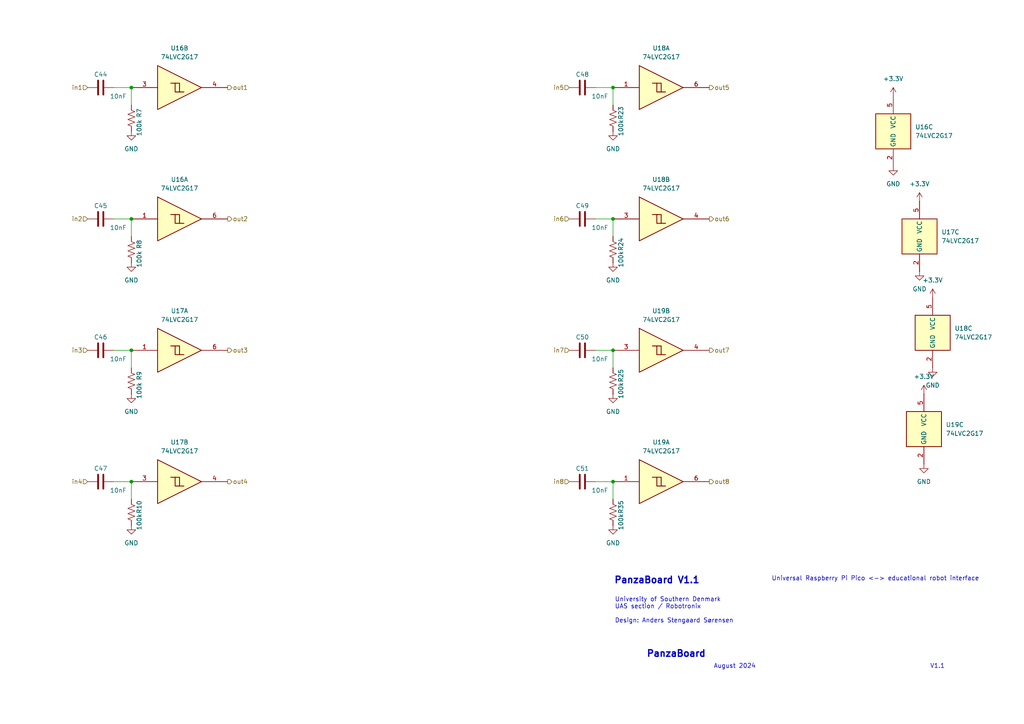
<source format=kicad_sch>
(kicad_sch (version 20231120) (generator "eeschema") (generator_version "8.0")
  (paper "A4")
  (lib_symbols
    (symbol "74xGxx:74LVC2G17"
      (property "Reference" "U" (at -1.27 7.62 0))
      (property "Value" "74LVC2G17" (at 2.54 -7.62 0))
      (symbol "74LVC2G17_1_1"
        (polyline (pts (xy -2.54 1.27) (xy -1.27 1.27) (xy -1.27 -1.27)) (stroke (width 0.254)) (fill (type background)))
        (polyline (pts (xy -7.62 6.35) (xy -7.62 -6.35) (xy 5.08 0) (xy -7.62 6.35)) (stroke (width 0.254)) (fill (type background)))
        (polyline (pts (xy -3.81 1.27) (xy -2.54 1.27) (xy -2.54 -1.27) (xy 0 -1.27)) (stroke (width 0.254)) (fill (type background)))
        (pin input line (at -15.24 0 0) (length 7.62) (name "~") (number "1"))
        (pin output line (at 12.7 0 180) (length 7.62) (name "~") (number "6"))
      )
      (symbol "74LVC2G17_2_1"
        (polyline (pts (xy -2.54 1.27) (xy -1.27 1.27) (xy -1.27 -1.27)) (stroke (width 0.254)) (fill (type background)))
        (polyline (pts (xy -7.62 6.35) (xy -7.62 -6.35) (xy 5.08 0) (xy -7.62 6.35)) (stroke (width 0.254)) (fill (type background)))
        (polyline (pts (xy -3.81 1.27) (xy -2.54 1.27) (xy -2.54 -1.27) (xy 0 -1.27)) (stroke (width 0.254)) (fill (type background)))
        (pin input line (at -15.24 0 0) (length 7.62) (name "~") (number "3"))
        (pin output line (at 12.7 0 180) (length 7.62) (name "~") (number "4"))
      )
      (symbol "74LVC2G17_3_0"
        (rectangle (start -5.08 -5.08) (end 5.08 5.08) (stroke (width 0.254)) (fill (type background)))
      )
      (symbol "74LVC2G17_3_1"
        (pin power_in line (at 0 -10.16 90) (length 5.08) (name "GND") (number "2"))
        (pin power_in line (at 0 10.16 270) (length 5.08) (name "VCC") (number "5"))
      )
    )
    (symbol "Device:C" (pin_numbers hide) (pin_names (offset 0.254))
      (property "Reference" "C" (at 0.635 2.54 0))
      (property "Value" "C" (at 0.635 -2.54 0))
      (symbol "C_0_1"
        (polyline (pts (xy -2.032 -0.762) (xy 2.032 -0.762)) (stroke (width 0.508)))
        (polyline (pts (xy -2.032 0.762) (xy 2.032 0.762)) (stroke (width 0.508)))
      )
      (symbol "C_1_1"
        (pin passive line (at 0 3.81 270) (length 2.794) (name "~") (number "1"))
        (pin passive line (at 0 -3.81 90) (length 2.794) (name "~") (number "2"))
      )
    )
    (symbol "Device:R_US" (pin_numbers hide) (pin_names (offset 0))
      (property "Reference" "R" (at 2.54 0 90))
      (property "Value" "R_US" (at -2.54 0 90))
      (symbol "R_US_0_1"
        (polyline (pts (xy 0 -2.286) (xy 0 -2.54)))
        (polyline (pts (xy 0 2.286) (xy 0 2.54)))
        (polyline (pts (xy 0 -0.762) (xy 1.016 -1.143) (xy 0 -1.524) (xy -1.016 -1.905) (xy 0 -2.286)))
        (polyline (pts (xy 0 0.762) (xy 1.016 0.381) (xy 0 0) (xy -1.016 -0.381) (xy 0 -0.762)))
        (polyline (pts (xy 0 2.286) (xy 1.016 1.905) (xy 0 1.524) (xy -1.016 1.143) (xy 0 0.762)))
      )
      (symbol "R_US_1_1"
        (pin passive line (at 0 3.81 270) (length 1.27) (name "~") (number "1"))
        (pin passive line (at 0 -3.81 90) (length 1.27) (name "~") (number "2"))
      )
    )
    (symbol "power:+3.3V" (power) (pin_numbers hide) (pin_names (offset 0) hide)
      (property "Value" "+3.3V" (at 0 3.556 0))
      (symbol "+3.3V_0_1"
        (polyline (pts (xy -0.762 1.27) (xy 0 2.54)))
        (polyline (pts (xy 0 0) (xy 0 2.54)))
        (polyline (pts (xy 0 2.54) (xy 0.762 1.27)))
      )
      (symbol "+3.3V_1_1"
        (pin power_in line (at 0 0 90) (length 0) (name "~") (number "1"))
      )
    )
    (symbol "power:GND" (power) (pin_numbers hide) (pin_names (offset 0) hide)
      (property "Value" "GND" (at 0 -3.81 0))
      (symbol "GND_0_1"
        (polyline (pts (xy 0 0) (xy 0 -1.27) (xy 1.27 -1.27) (xy 0 -2.54) (xy -1.27 -1.27) (xy 0 -1.27)))
      )
      (symbol "GND_1_1"
        (pin power_in line (at 0 0 270) (length 0) (name "~") (number "1"))
      )
    )
  )
  (junction (at 38.1 25.4))
  (junction (at 38.1 139.7))
  (junction (at 177.8 25.4))
  (junction (at 38.1 101.6))
  (junction (at 177.8 63.5))
  (junction (at 177.8 139.7))
  (junction (at 38.1 63.5))
  (junction (at 177.8 101.6))
  (wire (pts (xy 172.72 101.6) (xy 177.8 101.6)))
  (wire (pts (xy 172.72 63.5) (xy 177.8 63.5)))
  (wire (pts (xy 33.02 139.7) (xy 38.1 139.7)))
  (wire (pts (xy 38.1 101.6) (xy 38.1 106.68)))
  (wire (pts (xy 38.1 25.4) (xy 38.1 30.48)))
  (wire (pts (xy 33.02 63.5) (xy 38.1 63.5)))
  (wire (pts (xy 38.1 63.5) (xy 38.1 68.58)))
  (wire (pts (xy 33.02 25.4) (xy 38.1 25.4)))
  (wire (pts (xy 172.72 25.4) (xy 177.8 25.4)))
  (wire (pts (xy 33.02 101.6) (xy 38.1 101.6)))
  (wire (pts (xy 177.8 139.7) (xy 177.8 144.78)))
  (wire (pts (xy 177.8 63.5) (xy 177.8 68.58)))
  (wire (pts (xy 172.72 139.7) (xy 177.8 139.7)))
  (wire (pts (xy 177.8 101.6) (xy 177.8 106.68)))
  (wire (pts (xy 177.8 25.4) (xy 177.8 30.48)))
  (wire (pts (xy 38.1 139.7) (xy 38.1 144.78)))
  (text "Universal Raspberry Pi Pico <-> educational robot interface" (at 223.774 167.894 0) (effects (font (size 1.27 1.27)) (justify left)))
  (text "August 2024" (at 213.106 193.294 0) (effects (font (size 1.27 1.27))))
  (text "PanzaBoard V1.1" (at 178.054 168.402 0) (effects (font (size 1.905 1.905) (thickness 0.381) (bold yes)) (justify left)))
  (text "University of Southern Denmark\nUAS section / Robotronix\n\nDesign: Anders Stengaard Sørensen" (at 178.308 177.038 0) (effects (font (size 1.27 1.27)) (justify left)))
  (text "V1.1" (at 269.748 193.294 0) (effects (font (size 1.27 1.27)) (justify left)))
  (text "PanzaBoard" (at 187.452 189.738 0) (effects (font (size 1.905 1.905) (thickness 0.381) (bold yes)) (justify left)))
  (hierarchical_label "in1" (shape input) (at 25.4 25.4 180))
  (hierarchical_label "in2" (shape input) (at 25.4 63.5 180))
  (hierarchical_label "out3" (shape output) (at 66.04 101.6 0))
  (hierarchical_label "out4" (shape output) (at 66.04 139.7 0))
  (hierarchical_label "out6" (shape output) (at 205.74 63.5 0))
  (hierarchical_label "out5" (shape output) (at 205.74 25.4 0))
  (hierarchical_label "in6" (shape input) (at 165.1 63.5 180))
  (hierarchical_label "in3" (shape input) (at 25.4 101.6 180))
  (hierarchical_label "out8" (shape output) (at 205.74 139.7 0))
  (hierarchical_label "in8" (shape input) (at 165.1 139.7 180))
  (hierarchical_label "out1" (shape output) (at 66.04 25.4 0))
  (hierarchical_label "in5" (shape input) (at 165.1 25.4 180))
  (hierarchical_label "out2" (shape output) (at 66.04 63.5 0))
  (hierarchical_label "in7" (shape input) (at 165.1 101.6 180))
  (hierarchical_label "in4" (shape input) (at 25.4 139.7 180))
  (hierarchical_label "out7" (shape output) (at 205.74 101.6 0))
  (symbol (lib_id "power:GND") (at 177.8 114.3 0) (unit 1)
    (property "Reference" "#PWR0122" (effects (hide yes)))
    (property "Value" "GND" (at 177.8 119.38 0))
    (property "Description" "Power symbol creates a global label with name \"GND\" , ground" (effects (hide yes)))
  )
  (symbol (lib_id "Device:R_US") (at 177.8 72.39 0) (unit 1)
    (property "Reference" "R24" (at 180.086 70.866 90))
    (property "Value" "100k" (at 180.086 75.184 90))
    (property "Footprint" "Resistor_SMD:R_0603_1608Metric" (effects (hide yes)))
    (property "Description" "Resistor, US symbol" (effects (hide yes)))
  )
  (symbol (lib_id "74xGxx:74LVC2G17") (at 267.97 124.46 0) (unit 3)
    (property "Reference" "U19" (at 274.32 123.1899 0) (effects (justify left)))
    (property "Value" "74LVC2G17" (at 274.32 125.7299 0) (effects (justify left)))
    (property "Footprint" "Package_SO:TSOP-6_1.65x3.05mm_P0.95mm" (effects (hide yes)))
    (property "Datasheet" "http://www.ti.com/lit/sg/scyt129e/scyt129e.pdf" (effects (hide yes)))
    (property "Description" "Dual Buffer, Schmitt Triggered, Low-Voltage CMOS" (effects (hide yes)))
    (property "Vendor" "Mouser" (effects (hide yes)))
    (property "Vendor ID" "771-74LVC2G17GV-G " (effects (hide yes)))
  )
  (symbol (lib_id "power:GND") (at 177.8 38.1 0) (unit 1)
    (property "Reference" "#PWR0120" (effects (hide yes)))
    (property "Value" "GND" (at 177.8 43.18 0))
    (property "Description" "Power symbol creates a global label with name \"GND\" , ground" (effects (hide yes)))
  )
  (symbol (lib_id "74xGxx:74LVC2G17") (at 259.08 38.1 0) (unit 3)
    (property "Reference" "U16" (at 265.43 36.8299 0) (effects (justify left)))
    (property "Value" "74LVC2G17" (at 265.43 39.3699 0) (effects (justify left)))
    (property "Footprint" "Package_SO:TSOP-6_1.65x3.05mm_P0.95mm" (effects (hide yes)))
    (property "Datasheet" "http://www.ti.com/lit/sg/scyt129e/scyt129e.pdf" (effects (hide yes)))
    (property "Description" "Dual Buffer, Schmitt Triggered, Low-Voltage CMOS" (effects (hide yes)))
    (property "Vendor" "Mouser" (effects (hide yes)))
    (property "Vendor ID" "771-74LVC2G17GV-G " (effects (hide yes)))
  )
  (symbol (lib_id "Device:R_US") (at 38.1 110.49 0) (unit 1)
    (property "Reference" "R9" (at 40.386 108.966 90))
    (property "Value" "100k" (at 40.386 113.284 90))
    (property "Footprint" "Resistor_SMD:R_0603_1608Metric" (effects (hide yes)))
    (property "Description" "Resistor, US symbol" (effects (hide yes)))
  )
  (symbol (lib_id "74xGxx:74LVC2G17") (at 193.04 25.4 0) (unit 1)
    (property "Reference" "U18" (at 191.77 13.97 0))
    (property "Value" "74LVC2G17" (at 191.77 16.51 0))
    (property "Footprint" "Package_SO:TSOP-6_1.65x3.05mm_P0.95mm" (effects (hide yes)))
    (property "Datasheet" "http://www.ti.com/lit/sg/scyt129e/scyt129e.pdf" (effects (hide yes)))
    (property "Description" "Dual Buffer, Schmitt Triggered, Low-Voltage CMOS" (effects (hide yes)))
    (property "Vendor" "Mouser" (effects (hide yes)))
    (property "Vendor ID" "771-74LVC2G17GV-G " (effects (hide yes)))
  )
  (symbol (lib_id "74xGxx:74LVC2G17") (at 266.7 68.58 0) (unit 3)
    (property "Reference" "U17" (at 273.05 67.3099 0) (effects (justify left)))
    (property "Value" "74LVC2G17" (at 273.05 69.8499 0) (effects (justify left)))
    (property "Footprint" "Package_SO:TSOP-6_1.65x3.05mm_P0.95mm" (effects (hide yes)))
    (property "Datasheet" "http://www.ti.com/lit/sg/scyt129e/scyt129e.pdf" (effects (hide yes)))
    (property "Description" "Dual Buffer, Schmitt Triggered, Low-Voltage CMOS" (effects (hide yes)))
    (property "Vendor" "Mouser" (effects (hide yes)))
    (property "Vendor ID" "771-74LVC2G17GV-G " (effects (hide yes)))
  )
  (symbol (lib_id "power:+3.3V") (at 259.08 27.94 0) (unit 1)
    (property "Reference" "#PWR0128" (effects (hide yes)))
    (property "Value" "+3.3V" (at 259.08 22.86 0))
    (property "Description" "Power symbol creates a global label with name \"+3.3V\"" (effects (hide yes)))
  )
  (symbol (lib_id "power:GND") (at 38.1 114.3 0) (unit 1)
    (property "Reference" "#PWR0118" (effects (hide yes)))
    (property "Value" "GND" (at 38.1 119.38 0))
    (property "Description" "Power symbol creates a global label with name \"GND\" , ground" (effects (hide yes)))
  )
  (symbol (lib_id "power:GND") (at 177.8 76.2 0) (unit 1)
    (property "Reference" "#PWR0121" (effects (hide yes)))
    (property "Value" "GND" (at 177.8 81.28 0))
    (property "Description" "Power symbol creates a global label with name \"GND\" , ground" (effects (hide yes)))
  )
  (symbol (lib_id "Device:R_US") (at 38.1 34.29 0) (unit 1)
    (property "Reference" "R7" (at 40.386 32.766 90))
    (property "Value" "100k" (at 40.386 37.084 90))
    (property "Footprint" "Resistor_SMD:R_0603_1608Metric" (effects (hide yes)))
    (property "Description" "Resistor, US symbol" (effects (hide yes)))
  )
  (symbol (lib_id "Device:R_US") (at 38.1 148.59 0) (unit 1)
    (property "Reference" "R10" (at 40.386 147.066 90))
    (property "Value" "100k" (at 40.386 151.384 90))
    (property "Footprint" "Resistor_SMD:R_0603_1608Metric" (effects (hide yes)))
    (property "Description" "Resistor, US symbol" (effects (hide yes)))
  )
  (symbol (lib_id "Device:C") (at 168.91 63.5 270) (unit 1)
    (property "Reference" "C49" (at 168.91 59.69 90))
    (property "Value" "10nF" (at 173.99 66.04 90))
    (property "Footprint" "Capacitor_SMD:C_0603_1608Metric" (effects (hide yes)))
    (property "Description" "Unpolarized capacitor" (effects (hide yes)))
  )
  (symbol (lib_id "power:+3.3V") (at 266.7 58.42 0) (unit 1)
    (property "Reference" "#PWR0129" (effects (hide yes)))
    (property "Value" "+3.3V" (at 266.7 53.34 0))
    (property "Description" "Power symbol creates a global label with name \"+3.3V\"" (effects (hide yes)))
  )
  (symbol (lib_id "Device:R_US") (at 177.8 110.49 0) (unit 1)
    (property "Reference" "R25" (at 180.086 108.966 90))
    (property "Value" "100k" (at 180.086 113.284 90))
    (property "Footprint" "Resistor_SMD:R_0603_1608Metric" (effects (hide yes)))
    (property "Description" "Resistor, US symbol" (effects (hide yes)))
  )
  (symbol (lib_id "power:GND") (at 38.1 152.4 0) (unit 1)
    (property "Reference" "#PWR0119" (effects (hide yes)))
    (property "Value" "GND" (at 38.1 157.48 0))
    (property "Description" "Power symbol creates a global label with name \"GND\" , ground" (effects (hide yes)))
  )
  (symbol (lib_id "74xGxx:74LVC2G17") (at 193.04 63.5 0) (unit 2)
    (property "Reference" "U18" (at 191.77 52.07 0))
    (property "Value" "74LVC2G17" (at 191.77 54.61 0))
    (property "Footprint" "Package_SO:TSOP-6_1.65x3.05mm_P0.95mm" (effects (hide yes)))
    (property "Datasheet" "http://www.ti.com/lit/sg/scyt129e/scyt129e.pdf" (effects (hide yes)))
    (property "Description" "Dual Buffer, Schmitt Triggered, Low-Voltage CMOS" (effects (hide yes)))
    (property "Vendor" "Mouser" (effects (hide yes)))
    (property "Vendor ID" "771-74LVC2G17GV-G " (effects (hide yes)))
  )
  (symbol (lib_id "Device:C") (at 29.21 101.6 270) (unit 1)
    (property "Reference" "C46" (at 29.21 97.79 90))
    (property "Value" "10nF" (at 34.29 104.14 90))
    (property "Footprint" "Capacitor_SMD:C_0603_1608Metric" (effects (hide yes)))
    (property "Description" "Unpolarized capacitor" (effects (hide yes)))
  )
  (symbol (lib_id "power:GND") (at 259.08 48.26 0) (unit 1)
    (property "Reference" "#PWR0127" (effects (hide yes)))
    (property "Value" "GND" (at 259.08 53.34 0))
    (property "Description" "Power symbol creates a global label with name \"GND\" , ground" (effects (hide yes)))
  )
  (symbol (lib_id "power:+3.3V") (at 267.97 114.3 0) (unit 1)
    (property "Reference" "#PWR0131" (effects (hide yes)))
    (property "Value" "+3.3V" (at 267.97 109.22 0))
    (property "Description" "Power symbol creates a global label with name \"+3.3V\"" (effects (hide yes)))
  )
  (symbol (lib_id "Device:R_US") (at 177.8 34.29 0) (unit 1)
    (property "Reference" "R23" (at 180.086 32.766 90))
    (property "Value" "100k" (at 180.086 37.084 90))
    (property "Footprint" "Resistor_SMD:R_0603_1608Metric" (effects (hide yes)))
    (property "Description" "Resistor, US symbol" (effects (hide yes)))
  )
  (symbol (lib_id "Device:C") (at 29.21 63.5 270) (unit 1)
    (property "Reference" "C45" (at 29.21 59.69 90))
    (property "Value" "10nF" (at 34.29 66.04 90))
    (property "Footprint" "Capacitor_SMD:C_0603_1608Metric" (effects (hide yes)))
    (property "Description" "Unpolarized capacitor" (effects (hide yes)))
  )
  (symbol (lib_id "Device:C") (at 29.21 139.7 270) (unit 1)
    (property "Reference" "C47" (at 29.21 135.89 90))
    (property "Value" "10nF" (at 34.29 142.24 90))
    (property "Footprint" "Capacitor_SMD:C_0603_1608Metric" (effects (hide yes)))
    (property "Description" "Unpolarized capacitor" (effects (hide yes)))
  )
  (symbol (lib_id "74xGxx:74LVC2G17") (at 193.04 139.7 0) (unit 1)
    (property "Reference" "U19" (at 191.77 128.27 0))
    (property "Value" "74LVC2G17" (at 191.77 130.81 0))
    (property "Footprint" "Package_SO:TSOP-6_1.65x3.05mm_P0.95mm" (effects (hide yes)))
    (property "Datasheet" "http://www.ti.com/lit/sg/scyt129e/scyt129e.pdf" (effects (hide yes)))
    (property "Description" "Dual Buffer, Schmitt Triggered, Low-Voltage CMOS" (effects (hide yes)))
    (property "Vendor" "Mouser" (effects (hide yes)))
    (property "Vendor ID" "771-74LVC2G17GV-G " (effects (hide yes)))
  )
  (symbol (lib_id "power:GND") (at 266.7 78.74 0) (unit 1)
    (property "Reference" "#PWR0126" (effects (hide yes)))
    (property "Value" "GND" (at 266.7 83.82 0))
    (property "Description" "Power symbol creates a global label with name \"GND\" , ground" (effects (hide yes)))
  )
  (symbol (lib_id "Device:R_US") (at 177.8 148.59 0) (unit 1)
    (property "Reference" "R35" (at 180.086 147.066 90))
    (property "Value" "100k" (at 180.086 151.384 90))
    (property "Footprint" "Resistor_SMD:R_0603_1608Metric" (effects (hide yes)))
    (property "Description" "Resistor, US symbol" (effects (hide yes)))
  )
  (symbol (lib_id "74xGxx:74LVC2G17") (at 193.04 101.6 0) (unit 2)
    (property "Reference" "U19" (at 191.77 90.17 0))
    (property "Value" "74LVC2G17" (at 191.77 92.71 0))
    (property "Footprint" "Package_SO:TSOP-6_1.65x3.05mm_P0.95mm" (effects (hide yes)))
    (property "Datasheet" "http://www.ti.com/lit/sg/scyt129e/scyt129e.pdf" (effects (hide yes)))
    (property "Description" "Dual Buffer, Schmitt Triggered, Low-Voltage CMOS" (effects (hide yes)))
    (property "Vendor" "Mouser" (effects (hide yes)))
    (property "Vendor ID" "771-74LVC2G17GV-G " (effects (hide yes)))
  )
  (symbol (lib_id "74xGxx:74LVC2G17") (at 53.34 139.7 0) (unit 2)
    (property "Reference" "U17" (at 52.07 128.27 0))
    (property "Value" "74LVC2G17" (at 52.07 130.81 0))
    (property "Footprint" "Package_SO:TSOP-6_1.65x3.05mm_P0.95mm" (effects (hide yes)))
    (property "Datasheet" "http://www.ti.com/lit/sg/scyt129e/scyt129e.pdf" (effects (hide yes)))
    (property "Description" "Dual Buffer, Schmitt Triggered, Low-Voltage CMOS" (effects (hide yes)))
    (property "Vendor" "Mouser" (effects (hide yes)))
    (property "Vendor ID" "771-74LVC2G17GV-G " (effects (hide yes)))
  )
  (symbol (lib_id "74xGxx:74LVC2G17") (at 270.51 96.52 0) (unit 3)
    (property "Reference" "U18" (at 276.86 95.2499 0) (effects (justify left)))
    (property "Value" "74LVC2G17" (at 276.86 97.7899 0) (effects (justify left)))
    (property "Footprint" "Package_SO:TSOP-6_1.65x3.05mm_P0.95mm" (effects (hide yes)))
    (property "Datasheet" "http://www.ti.com/lit/sg/scyt129e/scyt129e.pdf" (effects (hide yes)))
    (property "Description" "Dual Buffer, Schmitt Triggered, Low-Voltage CMOS" (effects (hide yes)))
    (property "Vendor" "Mouser" (effects (hide yes)))
    (property "Vendor ID" "771-74LVC2G17GV-G " (effects (hide yes)))
  )
  (symbol (lib_id "Device:C") (at 168.91 25.4 270) (unit 1)
    (property "Reference" "C48" (at 168.91 21.59 90))
    (property "Value" "10nF" (at 173.99 27.94 90))
    (property "Footprint" "Capacitor_SMD:C_0603_1608Metric" (effects (hide yes)))
    (property "Description" "Unpolarized capacitor" (effects (hide yes)))
  )
  (symbol (lib_id "power:GND") (at 267.97 134.62 0) (unit 1)
    (property "Reference" "#PWR0124" (effects (hide yes)))
    (property "Value" "GND" (at 267.97 139.7 0))
    (property "Description" "Power symbol creates a global label with name \"GND\" , ground" (effects (hide yes)))
  )
  (symbol (lib_id "Device:C") (at 168.91 101.6 270) (unit 1)
    (property "Reference" "C50" (at 168.91 97.79 90))
    (property "Value" "10nF" (at 173.99 104.14 90))
    (property "Footprint" "Capacitor_SMD:C_0603_1608Metric" (effects (hide yes)))
    (property "Description" "Unpolarized capacitor" (effects (hide yes)))
  )
  (symbol (lib_id "power:GND") (at 177.8 152.4 0) (unit 1)
    (property "Reference" "#PWR0123" (effects (hide yes)))
    (property "Value" "GND" (at 177.8 157.48 0))
    (property "Description" "Power symbol creates a global label with name \"GND\" , ground" (effects (hide yes)))
  )
  (symbol (lib_id "Device:C") (at 168.91 139.7 270) (unit 1)
    (property "Reference" "C51" (at 168.91 135.89 90))
    (property "Value" "10nF" (at 173.99 142.24 90))
    (property "Footprint" "Capacitor_SMD:C_0603_1608Metric" (effects (hide yes)))
    (property "Description" "Unpolarized capacitor" (effects (hide yes)))
  )
  (symbol (lib_id "Device:R_US") (at 38.1 72.39 0) (unit 1)
    (property "Reference" "R8" (at 40.386 70.866 90))
    (property "Value" "100k" (at 40.386 75.184 90))
    (property "Footprint" "Resistor_SMD:R_0603_1608Metric" (effects (hide yes)))
    (property "Description" "Resistor, US symbol" (effects (hide yes)))
  )
  (symbol (lib_id "power:GND") (at 38.1 38.1 0) (unit 1)
    (property "Reference" "#PWR0116" (effects (hide yes)))
    (property "Value" "GND" (at 38.1 43.18 0))
    (property "Description" "Power symbol creates a global label with name \"GND\" , ground" (effects (hide yes)))
  )
  (symbol (lib_id "power:GND") (at 38.1 76.2 0) (unit 1)
    (property "Reference" "#PWR0117" (effects (hide yes)))
    (property "Value" "GND" (at 38.1 81.28 0))
    (property "Description" "Power symbol creates a global label with name \"GND\" , ground" (effects (hide yes)))
  )
  (symbol (lib_id "74xGxx:74LVC2G17") (at 53.34 63.5 0) (unit 1)
    (property "Reference" "U16" (at 52.07 52.07 0))
    (property "Value" "74LVC2G17" (at 52.07 54.61 0))
    (property "Footprint" "Package_SO:TSOP-6_1.65x3.05mm_P0.95mm" (effects (hide yes)))
    (property "Datasheet" "http://www.ti.com/lit/sg/scyt129e/scyt129e.pdf" (effects (hide yes)))
    (property "Description" "Dual Buffer, Schmitt Triggered, Low-Voltage CMOS" (effects (hide yes)))
    (property "Vendor" "Mouser" (effects (hide yes)))
    (property "Vendor ID" "771-74LVC2G17GV-G " (effects (hide yes)))
  )
  (symbol (lib_id "power:GND") (at 270.51 106.68 0) (unit 1)
    (property "Reference" "#PWR0125" (effects (hide yes)))
    (property "Value" "GND" (at 270.51 111.76 0))
    (property "Description" "Power symbol creates a global label with name \"GND\" , ground" (effects (hide yes)))
  )
  (symbol (lib_id "Device:C") (at 29.21 25.4 270) (unit 1)
    (property "Reference" "C44" (at 29.21 21.59 90))
    (property "Value" "10nF" (at 34.29 27.94 90))
    (property "Footprint" "Capacitor_SMD:C_0603_1608Metric" (effects (hide yes)))
    (property "Description" "Unpolarized capacitor" (effects (hide yes)))
  )
  (symbol (lib_id "power:+3.3V") (at 270.51 86.36 0) (unit 1)
    (property "Reference" "#PWR0130" (effects (hide yes)))
    (property "Value" "+3.3V" (at 270.51 81.28 0))
    (property "Description" "Power symbol creates a global label with name \"+3.3V\"" (effects (hide yes)))
  )
  (symbol (lib_id "74xGxx:74LVC2G17") (at 53.34 25.4 0) (unit 2)
    (property "Reference" "U16" (at 52.07 13.97 0))
    (property "Value" "74LVC2G17" (at 52.07 16.51 0))
    (property "Footprint" "Package_SO:TSOP-6_1.65x3.05mm_P0.95mm" (effects (hide yes)))
    (property "Datasheet" "http://www.ti.com/lit/sg/scyt129e/scyt129e.pdf" (effects (hide yes)))
    (property "Description" "Dual Buffer, Schmitt Triggered, Low-Voltage CMOS" (effects (hide yes)))
    (property "Vendor" "Mouser" (effects (hide yes)))
    (property "Vendor ID" "771-74LVC2G17GV-G " (effects (hide yes)))
  )
  (symbol (lib_id "74xGxx:74LVC2G17") (at 53.34 101.6 0) (unit 1)
    (property "Reference" "U17" (at 52.07 90.17 0))
    (property "Value" "74LVC2G17" (at 52.07 92.71 0))
    (property "Footprint" "Package_SO:TSOP-6_1.65x3.05mm_P0.95mm" (effects (hide yes)))
    (property "Datasheet" "http://www.ti.com/lit/sg/scyt129e/scyt129e.pdf" (effects (hide yes)))
    (property "Description" "Dual Buffer, Schmitt Triggered, Low-Voltage CMOS" (effects (hide yes)))
    (property "Vendor" "Mouser" (effects (hide yes)))
    (property "Vendor ID" "771-74LVC2G17GV-G " (effects (hide yes)))
  )
)
</source>
